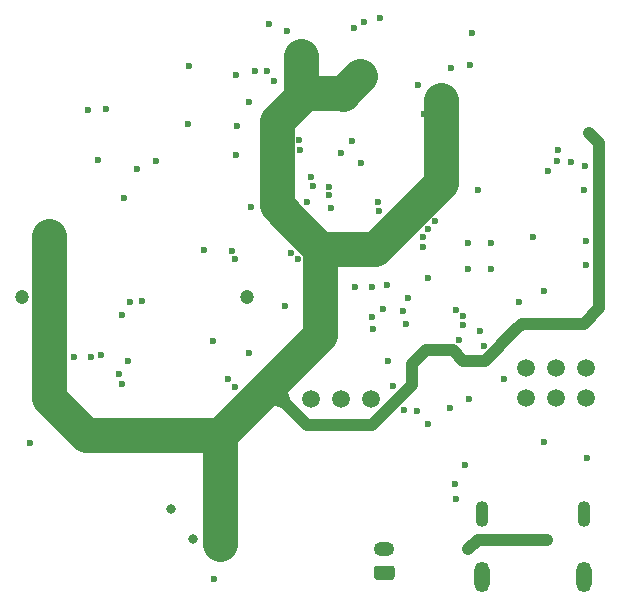
<source format=gbr>
G04 #@! TF.GenerationSoftware,KiCad,Pcbnew,(5.1.6)-1*
G04 #@! TF.CreationDate,2020-10-17T23:58:27+09:00*
G04 #@! TF.ProjectId,guardianCam_Wifi,67756172-6469-4616-9e43-616d5f576966,rev?*
G04 #@! TF.SameCoordinates,Original*
G04 #@! TF.FileFunction,Copper,L3,Inr*
G04 #@! TF.FilePolarity,Positive*
%FSLAX46Y46*%
G04 Gerber Fmt 4.6, Leading zero omitted, Abs format (unit mm)*
G04 Created by KiCad (PCBNEW (5.1.6)-1) date 2020-10-17 23:58:27*
%MOMM*%
%LPD*%
G01*
G04 APERTURE LIST*
G04 #@! TA.AperFunction,ViaPad*
%ADD10O,1.100000X2.200000*%
G04 #@! TD*
G04 #@! TA.AperFunction,ViaPad*
%ADD11O,1.300000X2.600000*%
G04 #@! TD*
G04 #@! TA.AperFunction,ViaPad*
%ADD12C,1.500000*%
G04 #@! TD*
G04 #@! TA.AperFunction,ViaPad*
%ADD13O,1.750000X1.200000*%
G04 #@! TD*
G04 #@! TA.AperFunction,ViaPad*
%ADD14C,0.600000*%
G04 #@! TD*
G04 #@! TA.AperFunction,ViaPad*
%ADD15C,1.200000*%
G04 #@! TD*
G04 #@! TA.AperFunction,ViaPad*
%ADD16C,1.000000*%
G04 #@! TD*
G04 #@! TA.AperFunction,ViaPad*
%ADD17C,0.800000*%
G04 #@! TD*
G04 #@! TA.AperFunction,Conductor*
%ADD18C,3.000000*%
G04 #@! TD*
G04 #@! TA.AperFunction,Conductor*
%ADD19C,1.000000*%
G04 #@! TD*
G04 APERTURE END LIST*
D10*
X141000000Y-149250000D03*
X149640000Y-149250000D03*
D11*
X141000000Y-154610000D03*
X149640000Y-154610000D03*
D12*
X147290000Y-136890000D03*
X144750000Y-136890000D03*
X131620000Y-139500000D03*
X149830000Y-139420000D03*
X147290000Y-139430000D03*
X144750000Y-139430000D03*
X149830000Y-136890000D03*
X124000000Y-139500000D03*
X126540000Y-139500000D03*
X129080000Y-139500000D03*
D13*
X132770000Y-152240000D03*
G04 #@! TA.AperFunction,ViaPad*
G36*
G01*
X133395001Y-154840000D02*
X132144999Y-154840000D01*
G75*
G02*
X131895000Y-154590001I0J249999D01*
G01*
X131895000Y-153889999D01*
G75*
G02*
X132144999Y-153640000I249999J0D01*
G01*
X133395001Y-153640000D01*
G75*
G02*
X133645000Y-153889999I0J-249999D01*
G01*
X133645000Y-154590001D01*
G75*
G02*
X133395001Y-154840000I-249999J0D01*
G01*
G37*
G04 #@! TD.AperFunction*
D14*
X145370000Y-125830000D03*
X149970000Y-144480000D03*
X141830000Y-128550000D03*
X139820000Y-128510000D03*
X141840000Y-126290000D03*
X139830000Y-126350000D03*
D15*
X102080000Y-130870000D03*
X121180000Y-130880000D03*
D14*
X140220000Y-108570000D03*
X133110000Y-136330000D03*
X118390000Y-154770000D03*
X142870000Y-137830000D03*
X102780000Y-143290000D03*
X110320000Y-137420000D03*
X106460000Y-135950000D03*
X139950000Y-139500000D03*
X133500000Y-138450000D03*
X149870000Y-126180000D03*
X149880000Y-128180000D03*
X112270000Y-131220000D03*
X111270000Y-131270000D03*
X116230000Y-111310000D03*
X116110000Y-116220000D03*
X147490000Y-118420000D03*
X149720000Y-119770000D03*
X146600000Y-120200000D03*
X114520000Y-141840000D03*
X129450000Y-112570000D03*
X136140000Y-115370000D03*
X125630000Y-114910000D03*
X105430000Y-132420000D03*
X106710000Y-142290000D03*
X118470000Y-151440000D03*
X119310000Y-151420000D03*
X118480000Y-152230000D03*
X119330000Y-152230000D03*
X122480000Y-123100000D03*
X129700000Y-111700000D03*
X120190000Y-118840000D03*
X140030000Y-111240000D03*
X144150000Y-131330000D03*
X130700000Y-112210000D03*
X123400000Y-112570000D03*
X121500000Y-123250000D03*
X131730000Y-112130000D03*
X120260000Y-116380000D03*
X123590000Y-114970000D03*
X122490000Y-120980000D03*
X124690000Y-118750000D03*
D16*
X104400001Y-125749999D03*
D17*
X116320000Y-142590000D03*
X113580000Y-142590000D03*
D14*
X124720000Y-123190000D03*
X135300000Y-124410000D03*
X107530000Y-142590000D03*
X110590000Y-132410000D03*
X140730000Y-121810000D03*
X146300000Y-130400000D03*
X146290000Y-133140000D03*
X143850000Y-133710000D03*
X121270000Y-114380000D03*
X129710000Y-141740000D03*
X147400000Y-119350000D03*
X150960000Y-118710000D03*
X124630000Y-111460000D03*
X131020000Y-107600000D03*
X122840000Y-111760000D03*
X118250000Y-134650000D03*
X107920000Y-135950000D03*
X130180000Y-108070000D03*
X108750000Y-135760000D03*
X120150000Y-138470000D03*
X120220000Y-112050000D03*
X111100000Y-136330000D03*
X110580000Y-138280000D03*
X119550000Y-137820000D03*
X121270000Y-135590000D03*
X120150000Y-127650000D03*
X124380000Y-131663119D03*
X119870000Y-126960000D03*
X117460000Y-126940000D03*
X129110000Y-118690000D03*
X130010000Y-117650000D03*
X121850000Y-111780000D03*
X141190000Y-135040000D03*
X140860000Y-133770000D03*
X134620000Y-133150000D03*
X131695000Y-130045000D03*
X139050000Y-134500000D03*
X139400000Y-133240000D03*
X131710001Y-132619999D03*
X130320000Y-130060000D03*
X132965000Y-129905000D03*
X139430390Y-132510631D03*
X134310000Y-132070000D03*
X138860000Y-131970000D03*
X132630233Y-131909767D03*
X131770000Y-133590000D03*
X137081516Y-124431516D03*
X126545233Y-120744767D03*
X124510000Y-108330000D03*
X136020000Y-125820000D03*
X126229717Y-122840283D03*
X136470000Y-129290000D03*
X136040000Y-126670000D03*
X122980000Y-107810000D03*
X136490000Y-125150000D03*
X132310000Y-123580000D03*
X130810000Y-119540000D03*
X125420000Y-127700000D03*
X126740000Y-121530000D03*
X138420000Y-111510000D03*
X135610000Y-112930000D03*
X132390000Y-107280000D03*
X132235248Y-122853835D03*
X148600000Y-119470000D03*
X149650000Y-121810000D03*
X134780000Y-131000000D03*
X128100000Y-121550000D03*
X113480000Y-119370000D03*
X128100000Y-122280003D03*
X111790000Y-120040000D03*
X124880000Y-127138243D03*
X110690000Y-122510000D03*
X128240000Y-123370283D03*
X108490000Y-119320000D03*
X125580000Y-117610000D03*
X109170000Y-114930000D03*
X125600000Y-118410000D03*
X107670000Y-115050000D03*
X138840000Y-147980000D03*
X134410000Y-140440000D03*
X138750000Y-146690000D03*
D17*
X116570000Y-151380000D03*
X114710000Y-148830000D03*
D14*
X135520000Y-140520000D03*
X136500000Y-141630000D03*
X144067610Y-151457610D03*
X146580000Y-151430000D03*
D17*
X139870000Y-152240000D03*
D14*
X139570000Y-145100000D03*
X146260000Y-143150000D03*
X138360000Y-140290000D03*
D18*
X120226402Y-141250000D02*
X127350000Y-134126402D01*
X127350000Y-134126402D02*
X127350000Y-126790000D01*
X127350000Y-126790000D02*
X127350000Y-126690000D01*
X127350000Y-126790000D02*
X131993598Y-126790000D01*
X131993598Y-126790000D02*
X135181799Y-123601799D01*
X135181799Y-123601799D02*
X137530000Y-121253598D01*
X120226402Y-141250000D02*
X120170000Y-141250000D01*
X120170000Y-141250000D02*
X118830000Y-142590000D01*
X118830000Y-142590000D02*
X118830000Y-151840000D01*
X129299999Y-113690001D02*
X129299999Y-113610001D01*
X127323032Y-126790000D02*
X124299716Y-123766684D01*
X129299999Y-113610001D02*
X130700000Y-112210000D01*
X124299716Y-123766684D02*
X124299716Y-123719716D01*
X127350000Y-126790000D02*
X127323032Y-126790000D01*
X124299716Y-123719716D02*
X123760000Y-123180000D01*
X129299999Y-113610001D02*
X126029999Y-113610001D01*
X123649999Y-115990001D02*
X123649999Y-123069999D01*
X126029999Y-113610001D02*
X123649999Y-115990001D01*
X104400001Y-139460001D02*
X104400001Y-125749999D01*
X107530000Y-142590000D02*
X104400001Y-139460001D01*
X118830000Y-142590000D02*
X116320000Y-142590000D01*
X116320000Y-142590000D02*
X113580000Y-142590000D01*
X113580000Y-142590000D02*
X107530000Y-142590000D01*
X123760000Y-123180000D02*
X123649999Y-123069999D01*
X137530000Y-121253598D02*
X137530000Y-114230000D01*
D19*
X135100000Y-138373598D02*
X131733598Y-141740000D01*
X135100000Y-136600000D02*
X135100000Y-138373598D01*
X138573597Y-135399999D02*
X136300001Y-135399999D01*
X146290000Y-133140000D02*
X144420000Y-133140000D01*
X141290000Y-136270000D02*
X139443598Y-136270000D01*
X126240000Y-141740000D02*
X124000000Y-139500000D01*
X136300001Y-135399999D02*
X135100000Y-136600000D01*
X139443598Y-136270000D02*
X138573597Y-135399999D01*
X144420000Y-133140000D02*
X144390000Y-133140000D01*
X146290000Y-133140000D02*
X149670000Y-133140000D01*
X149670000Y-133140000D02*
X150960000Y-131850000D01*
X150960000Y-117860000D02*
X150090000Y-116990000D01*
X144420000Y-133140000D02*
X143850000Y-133710000D01*
X143850000Y-133710000D02*
X141290000Y-136270000D01*
X131733598Y-141740000D02*
X129710000Y-141740000D01*
X129710000Y-141740000D02*
X126240000Y-141740000D01*
X150960000Y-131850000D02*
X150960000Y-118710000D01*
X150960000Y-118710000D02*
X150960000Y-117860000D01*
D18*
X126029999Y-113419999D02*
X125710000Y-113100000D01*
X126029999Y-113610001D02*
X126029999Y-113419999D01*
X125710000Y-113100000D02*
X125710000Y-110480000D01*
D19*
X146580000Y-151430000D02*
X140680000Y-151430000D01*
X140680000Y-151430000D02*
X139870000Y-152240000D01*
M02*

</source>
